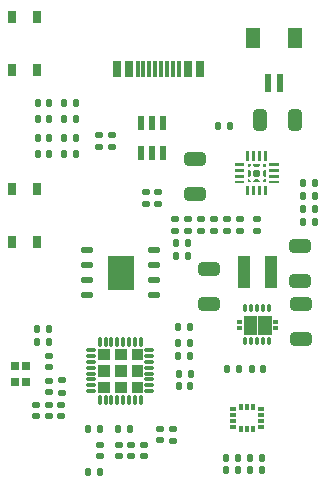
<source format=gbr>
%TF.GenerationSoftware,KiCad,Pcbnew,8.0.3*%
%TF.CreationDate,2024-09-21T17:28:31+02:00*%
%TF.ProjectId,SynchGaze_Transmiter,53796e63-6847-4617-9a65-5f5472616e73,1.0*%
%TF.SameCoordinates,Original*%
%TF.FileFunction,Paste,Top*%
%TF.FilePolarity,Positive*%
%FSLAX46Y46*%
G04 Gerber Fmt 4.6, Leading zero omitted, Abs format (unit mm)*
G04 Created by KiCad (PCBNEW 8.0.3) date 2024-09-21 17:28:31*
%MOMM*%
%LPD*%
G01*
G04 APERTURE LIST*
G04 Aperture macros list*
%AMRoundRect*
0 Rectangle with rounded corners*
0 $1 Rounding radius*
0 $2 $3 $4 $5 $6 $7 $8 $9 X,Y pos of 4 corners*
0 Add a 4 corners polygon primitive as box body*
4,1,4,$2,$3,$4,$5,$6,$7,$8,$9,$2,$3,0*
0 Add four circle primitives for the rounded corners*
1,1,$1+$1,$2,$3*
1,1,$1+$1,$4,$5*
1,1,$1+$1,$6,$7*
1,1,$1+$1,$8,$9*
0 Add four rect primitives between the rounded corners*
20,1,$1+$1,$2,$3,$4,$5,0*
20,1,$1+$1,$4,$5,$6,$7,0*
20,1,$1+$1,$6,$7,$8,$9,0*
20,1,$1+$1,$8,$9,$2,$3,0*%
G04 Aperture macros list end*
%ADD10C,0.010000*%
%ADD11C,0.000000*%
%ADD12RoundRect,0.135000X0.185000X-0.135000X0.185000X0.135000X-0.185000X0.135000X-0.185000X-0.135000X0*%
%ADD13RoundRect,0.140000X0.140000X0.170000X-0.140000X0.170000X-0.140000X-0.170000X0.140000X-0.170000X0*%
%ADD14RoundRect,0.140000X-0.140000X-0.170000X0.140000X-0.170000X0.140000X0.170000X-0.140000X0.170000X0*%
%ADD15RoundRect,0.135000X-0.185000X0.135000X-0.185000X-0.135000X0.185000X-0.135000X0.185000X0.135000X0*%
%ADD16RoundRect,0.147500X-0.147500X-0.172500X0.147500X-0.172500X0.147500X0.172500X-0.147500X0.172500X0*%
%ADD17RoundRect,0.135000X0.135000X0.185000X-0.135000X0.185000X-0.135000X-0.185000X0.135000X-0.185000X0*%
%ADD18RoundRect,0.135000X-0.135000X-0.185000X0.135000X-0.185000X0.135000X0.185000X-0.135000X0.185000X0*%
%ADD19RoundRect,0.250000X-0.650000X0.325000X-0.650000X-0.325000X0.650000X-0.325000X0.650000X0.325000X0*%
%ADD20RoundRect,0.041300X0.253700X-0.563700X0.253700X0.563700X-0.253700X0.563700X-0.253700X-0.563700X0*%
%ADD21RoundRect,0.140000X0.170000X-0.140000X0.170000X0.140000X-0.170000X0.140000X-0.170000X-0.140000X0*%
%ADD22R,0.711200X0.990600*%
%ADD23RoundRect,0.250000X0.650000X-0.325000X0.650000X0.325000X-0.650000X0.325000X-0.650000X-0.325000X0*%
%ADD24RoundRect,0.055000X-0.465000X-0.165000X0.465000X-0.165000X0.465000X0.165000X-0.465000X0.165000X0*%
%ADD25RoundRect,0.140000X-0.170000X0.140000X-0.170000X-0.140000X0.170000X-0.140000X0.170000X0.140000X0*%
%ADD26R,0.600000X1.550000*%
%ADD27R,1.200000X1.800000*%
%ADD28R,0.700000X0.750000*%
%ADD29R,1.000000X2.750000*%
%ADD30RoundRect,0.030000X-0.090000X0.270000X-0.090000X-0.270000X0.090000X-0.270000X0.090000X0.270000X0*%
%ADD31RoundRect,0.147500X-0.172500X0.147500X-0.172500X-0.147500X0.172500X-0.147500X0.172500X0.147500X0*%
%ADD32RoundRect,0.250000X-0.325000X-0.650000X0.325000X-0.650000X0.325000X0.650000X-0.325000X0.650000X0*%
%ADD33R,0.800000X1.400000*%
%ADD34R,0.300000X1.400000*%
%ADD35R,0.600000X0.350000*%
%ADD36R,0.350000X0.600000*%
%ADD37RoundRect,0.033750X0.101250X-0.371250X0.101250X0.371250X-0.101250X0.371250X-0.101250X-0.371250X0*%
%ADD38RoundRect,0.033750X0.371250X-0.101250X0.371250X0.101250X-0.371250X0.101250X-0.371250X-0.101250X0*%
G04 APERTURE END LIST*
D10*
%TO.C,U202*%
X151092400Y-74054800D02*
X148932400Y-74054800D01*
X148932400Y-71334800D01*
X151092400Y-71334800D01*
X151092400Y-74054800D01*
G36*
X151092400Y-74054800D02*
G01*
X148932400Y-74054800D01*
X148932400Y-71334800D01*
X151092400Y-71334800D01*
X151092400Y-74054800D01*
G37*
D11*
%TO.C,U301*%
G36*
X160469108Y-63652318D02*
G01*
X159668893Y-63652319D01*
X159668894Y-63422103D01*
X160469108Y-63422103D01*
X160469108Y-63652318D01*
G37*
G36*
X160469108Y-64652570D02*
G01*
X159668893Y-64652571D01*
X159668894Y-64422355D01*
X160469108Y-64422355D01*
X160469108Y-64652570D01*
G37*
G36*
X160469108Y-63922230D02*
G01*
X160469108Y-64152445D01*
X159668894Y-64152445D01*
X159668893Y-63922229D01*
X160469108Y-63922230D01*
G37*
G36*
X160469108Y-64922482D02*
G01*
X160469108Y-65152697D01*
X159668894Y-65152697D01*
X159668893Y-64922481D01*
X160469108Y-64922482D01*
G37*
G36*
X160909109Y-63212508D02*
G01*
X160678891Y-63212508D01*
X160678891Y-62412294D01*
X160909109Y-62412293D01*
X160909109Y-63212508D01*
G37*
G36*
X160909109Y-66162507D02*
G01*
X160678891Y-66162506D01*
X160678891Y-65362292D01*
X160909109Y-65362292D01*
X160909109Y-66162507D01*
G37*
G36*
X161409108Y-66162507D02*
G01*
X161178892Y-66162507D01*
X161178893Y-65362292D01*
X161409108Y-65362291D01*
X161409108Y-66162507D01*
G37*
G36*
X161409108Y-63212509D02*
G01*
X161178893Y-63212508D01*
X161178892Y-62412293D01*
X161409108Y-62412293D01*
X161409108Y-63212509D01*
G37*
G36*
X161909107Y-63212508D02*
G01*
X161678892Y-63212509D01*
X161678892Y-62412293D01*
X161909108Y-62412293D01*
X161909107Y-63212508D01*
G37*
G36*
X161909107Y-65362292D02*
G01*
X161909108Y-66162507D01*
X161678892Y-66162507D01*
X161678892Y-65362291D01*
X161909107Y-65362292D01*
G37*
G36*
X162409109Y-62412294D02*
G01*
X162409109Y-63212508D01*
X162178891Y-63212508D01*
X162178891Y-62412293D01*
X162409109Y-62412294D01*
G37*
G36*
X162409109Y-66162506D02*
G01*
X162178891Y-66162507D01*
X162178891Y-65362292D01*
X162409109Y-65362292D01*
X162409109Y-66162506D01*
G37*
G36*
X163419107Y-63652319D02*
G01*
X162618892Y-63652318D01*
X162618892Y-63422103D01*
X163419106Y-63422103D01*
X163419107Y-63652319D01*
G37*
G36*
X163419106Y-64152445D02*
G01*
X162618892Y-64152445D01*
X162618892Y-63922230D01*
X163419107Y-63922229D01*
X163419106Y-64152445D01*
G37*
G36*
X163419107Y-64652571D02*
G01*
X162618892Y-64652570D01*
X162618892Y-64422355D01*
X163419106Y-64422355D01*
X163419107Y-64652571D01*
G37*
G36*
X163419106Y-65152697D02*
G01*
X162618892Y-65152697D01*
X162618892Y-64922482D01*
X163419107Y-64922481D01*
X163419106Y-65152697D01*
G37*
G36*
X161050300Y-63652279D02*
G01*
X160908879Y-63793700D01*
X160768930Y-63793700D01*
X160768930Y-63512330D01*
X161050300Y-63512330D01*
X161050300Y-63652279D01*
G37*
G36*
X161050300Y-64922521D02*
G01*
X161050300Y-65062470D01*
X160768930Y-65062470D01*
X160768930Y-64781100D01*
X160908879Y-64781100D01*
X161050300Y-64922521D01*
G37*
G36*
X162319070Y-63793700D02*
G01*
X162179121Y-63793700D01*
X162037700Y-63652279D01*
X162037700Y-63512330D01*
X162319070Y-63512330D01*
X162319070Y-63793700D01*
G37*
G36*
X162319070Y-65062470D02*
G01*
X162037700Y-65062470D01*
X162037700Y-64922521D01*
X162179121Y-64781100D01*
X162319070Y-64781100D01*
X162319070Y-65062470D01*
G37*
G36*
X161050300Y-64135121D02*
G01*
X161050300Y-64439679D01*
X160908879Y-64581100D01*
X160768930Y-64581100D01*
X160768930Y-63993700D01*
X160908879Y-63993700D01*
X161050300Y-64135121D01*
G37*
G36*
X161837700Y-63652279D02*
G01*
X161696279Y-63793700D01*
X161391721Y-63793700D01*
X161250300Y-63652279D01*
X161250300Y-63512330D01*
X161837700Y-63512330D01*
X161837700Y-63652279D01*
G37*
G36*
X161837700Y-64922521D02*
G01*
X161837700Y-65062470D01*
X161250300Y-65062470D01*
X161250300Y-64922521D01*
X161391721Y-64781100D01*
X161696279Y-64781100D01*
X161837700Y-64922521D01*
G37*
G36*
X162319070Y-64581100D02*
G01*
X162179121Y-64581100D01*
X162037700Y-64439679D01*
X162037700Y-64135121D01*
X162179121Y-63993700D01*
X162319070Y-63993700D01*
X162319070Y-64581100D01*
G37*
G36*
X161837700Y-64135121D02*
G01*
X161837700Y-64439679D01*
X161696279Y-64581100D01*
X161391721Y-64581100D01*
X161250300Y-64439679D01*
X161250300Y-64135121D01*
X161391721Y-63993700D01*
X161696279Y-63993700D01*
X161837700Y-64135121D01*
G37*
D10*
%TO.C,U302*%
X160234800Y-76739400D02*
X160234800Y-76989400D01*
X159894800Y-76989400D01*
X159894800Y-76739399D01*
X160234800Y-76739400D01*
G36*
X160234800Y-76739400D02*
G01*
X160234800Y-76989400D01*
X159894800Y-76989400D01*
X159894800Y-76739399D01*
X160234800Y-76739400D01*
G37*
X160234800Y-77489400D02*
X159894800Y-77489401D01*
X159894800Y-77239400D01*
X160234800Y-77239400D01*
X160234800Y-77489400D01*
G36*
X160234800Y-77489400D02*
G01*
X159894800Y-77489401D01*
X159894800Y-77239400D01*
X160234800Y-77239400D01*
X160234800Y-77489400D01*
G37*
X161494800Y-77864400D02*
X160434800Y-77864400D01*
X160434800Y-76364400D01*
X161494800Y-76364400D01*
X161494800Y-77864400D01*
G36*
X161494800Y-77864400D02*
G01*
X160434800Y-77864400D01*
X160434800Y-76364400D01*
X161494800Y-76364400D01*
X161494800Y-77864400D01*
G37*
X162754800Y-77864400D02*
X161694800Y-77864400D01*
X161694800Y-76364400D01*
X162754800Y-76364400D01*
X162754800Y-77864400D01*
G36*
X162754800Y-77864400D02*
G01*
X161694800Y-77864400D01*
X161694800Y-76364400D01*
X162754800Y-76364400D01*
X162754800Y-77864400D01*
G37*
X163294800Y-76989400D02*
X162954800Y-76989400D01*
X162954800Y-76739400D01*
X163294800Y-76739399D01*
X163294800Y-76989400D01*
G36*
X163294800Y-76989400D02*
G01*
X162954800Y-76989400D01*
X162954800Y-76739400D01*
X163294800Y-76739399D01*
X163294800Y-76989400D01*
G37*
X163294800Y-77489401D02*
X162954800Y-77489400D01*
X162954800Y-77239400D01*
X163294800Y-77239400D01*
X163294800Y-77489401D01*
G36*
X163294800Y-77489401D02*
G01*
X162954800Y-77489400D01*
X162954800Y-77239400D01*
X163294800Y-77239400D01*
X163294800Y-77489401D01*
G37*
%TO.C,U201*%
X149050000Y-80050000D02*
X148150000Y-80050000D01*
X148150000Y-79150000D01*
X149050000Y-79150000D01*
X149050000Y-80050000D01*
G36*
X149050000Y-80050000D02*
G01*
X148150000Y-80050000D01*
X148150000Y-79150000D01*
X149050000Y-79150000D01*
X149050000Y-80050000D01*
G37*
X149050000Y-81450000D02*
X148150000Y-81450000D01*
X148150000Y-80550000D01*
X149050000Y-80550000D01*
X149050000Y-81450000D01*
G36*
X149050000Y-81450000D02*
G01*
X148150000Y-81450000D01*
X148150000Y-80550000D01*
X149050000Y-80550000D01*
X149050000Y-81450000D01*
G37*
X149050000Y-82850000D02*
X148150000Y-82850000D01*
X148150000Y-81950000D01*
X149050000Y-81950000D01*
X149050000Y-82850000D01*
G36*
X149050000Y-82850000D02*
G01*
X148150000Y-82850000D01*
X148150000Y-81950000D01*
X149050000Y-81950000D01*
X149050000Y-82850000D01*
G37*
X150450000Y-80050000D02*
X149550000Y-80050000D01*
X149550000Y-79150000D01*
X150450000Y-79150000D01*
X150450000Y-80050000D01*
G36*
X150450000Y-80050000D02*
G01*
X149550000Y-80050000D01*
X149550000Y-79150000D01*
X150450000Y-79150000D01*
X150450000Y-80050000D01*
G37*
X150450000Y-81450000D02*
X149550000Y-81450000D01*
X149550000Y-80550000D01*
X150450000Y-80550000D01*
X150450000Y-81450000D01*
G36*
X150450000Y-81450000D02*
G01*
X149550000Y-81450000D01*
X149550000Y-80550000D01*
X150450000Y-80550000D01*
X150450000Y-81450000D01*
G37*
X150450000Y-82850000D02*
X149550000Y-82850000D01*
X149550000Y-81950000D01*
X150450000Y-81950000D01*
X150450000Y-82850000D01*
G36*
X150450000Y-82850000D02*
G01*
X149550000Y-82850000D01*
X149550000Y-81950000D01*
X150450000Y-81950000D01*
X150450000Y-82850000D01*
G37*
X151850000Y-80050000D02*
X150950000Y-80050000D01*
X150950000Y-79150000D01*
X151850000Y-79150000D01*
X151850000Y-80050000D01*
G36*
X151850000Y-80050000D02*
G01*
X150950000Y-80050000D01*
X150950000Y-79150000D01*
X151850000Y-79150000D01*
X151850000Y-80050000D01*
G37*
X151850000Y-81450000D02*
X150950000Y-81450000D01*
X150950000Y-80550000D01*
X151850000Y-80550000D01*
X151850000Y-81450000D01*
G36*
X151850000Y-81450000D02*
G01*
X150950000Y-81450000D01*
X150950000Y-80550000D01*
X151850000Y-80550000D01*
X151850000Y-81450000D01*
G37*
X151850000Y-82850000D02*
X150950000Y-82850000D01*
X150950000Y-81950000D01*
X151850000Y-81950000D01*
X151850000Y-82850000D01*
G36*
X151850000Y-82850000D02*
G01*
X150950000Y-82850000D01*
X150950000Y-81950000D01*
X151850000Y-81950000D01*
X151850000Y-82850000D01*
G37*
%TD*%
D12*
%TO.C,R205*%
X153212801Y-66905599D03*
X153212801Y-65885601D03*
%TD*%
D13*
%TO.C,C219*%
X148257200Y-89559800D03*
X147297200Y-89559800D03*
%TD*%
D14*
%TO.C,C212*%
X154739400Y-71272401D03*
X155699400Y-71272401D03*
%TD*%
D15*
%TO.C,R305*%
X157911800Y-68169600D03*
X157911800Y-69189598D03*
%TD*%
D16*
%TO.C,D302*%
X143030000Y-59700000D03*
X144000000Y-59700000D03*
%TD*%
D17*
%TO.C,R314*%
X166473599Y-68427600D03*
X165453601Y-68427600D03*
%TD*%
D14*
%TO.C,C204*%
X154930200Y-82320800D03*
X155890200Y-82320800D03*
%TD*%
D18*
%TO.C,R212*%
X154900200Y-78688600D03*
X155920200Y-78688600D03*
%TD*%
D19*
%TO.C,C305*%
X156337000Y-63066400D03*
X156337000Y-66016400D03*
%TD*%
D14*
%TO.C,C203*%
X154904800Y-77292200D03*
X155864800Y-77292200D03*
%TD*%
D20*
%TO.C,U203*%
X151754801Y-62545200D03*
X152704800Y-62545200D03*
X153654799Y-62545200D03*
X153654799Y-60035200D03*
X152704800Y-60035200D03*
X151754801Y-60035200D03*
%TD*%
D17*
%TO.C,R210*%
X162003199Y-89433400D03*
X160983201Y-89433400D03*
%TD*%
D18*
%TO.C,R207*%
X154925600Y-81254000D03*
X155945600Y-81254000D03*
%TD*%
D21*
%TO.C,C208*%
X152006601Y-88236400D03*
X152006601Y-87276400D03*
%TD*%
D22*
%TO.C,SW202*%
X140825001Y-70150001D03*
X142974999Y-70150001D03*
X140825001Y-65649999D03*
X142974999Y-65649999D03*
%TD*%
D13*
%TO.C,C216*%
X159941200Y-88366600D03*
X158981200Y-88366600D03*
%TD*%
D22*
%TO.C,SW201*%
X142974999Y-51049999D03*
X140825001Y-51049999D03*
X142974999Y-55550001D03*
X140825001Y-55550001D03*
%TD*%
D23*
%TO.C,C301*%
X157505400Y-75338201D03*
X157505400Y-72388199D03*
%TD*%
D24*
%TO.C,U202*%
X147167400Y-70789800D03*
X147167400Y-72059800D03*
X147167400Y-73329800D03*
X147167400Y-74599800D03*
X152857400Y-74599800D03*
X152857400Y-73329800D03*
X152857400Y-72059800D03*
X152857400Y-70789800D03*
%TD*%
D15*
%TO.C,R312*%
X154635200Y-68171601D03*
X154635200Y-69191599D03*
%TD*%
D25*
%TO.C,C201*%
X142862599Y-83923600D03*
X142862599Y-84883600D03*
%TD*%
D26*
%TO.C,BT301*%
X163499999Y-56675000D03*
X162500001Y-56675000D03*
D27*
X164800000Y-52800000D03*
X161200000Y-52800000D03*
%TD*%
D13*
%TO.C,C218*%
X148257200Y-85953000D03*
X147297200Y-85953000D03*
%TD*%
D21*
%TO.C,C207*%
X150939800Y-88236400D03*
X150939800Y-87276400D03*
%TD*%
D17*
%TO.C,R311*%
X159259999Y-60325000D03*
X158240001Y-60325000D03*
%TD*%
D18*
%TO.C,R209*%
X142949200Y-78587600D03*
X143969200Y-78587600D03*
%TD*%
D25*
%TO.C,C210*%
X143929400Y-79732600D03*
X143929400Y-80692600D03*
%TD*%
D15*
%TO.C,R304*%
X156819600Y-68169600D03*
X156819600Y-69189598D03*
%TD*%
%TO.C,R310*%
X155752800Y-68171600D03*
X155752800Y-69191598D03*
%TD*%
D28*
%TO.C,X201*%
X142045300Y-81955000D03*
X142045300Y-80605000D03*
X141045302Y-80605000D03*
X141045302Y-81955000D03*
%TD*%
D14*
%TO.C,C206*%
X149824800Y-85953000D03*
X150784800Y-85953000D03*
%TD*%
D29*
%TO.C,L301*%
X160444800Y-72644000D03*
X162744800Y-72644000D03*
%TD*%
D30*
%TO.C,U302*%
X162594800Y-75714400D03*
X162094800Y-75714400D03*
X161594800Y-75714401D03*
X161094800Y-75714400D03*
X160594800Y-75714400D03*
X160594800Y-78514400D03*
X161094800Y-78514400D03*
X161594800Y-78514399D03*
X162094800Y-78514400D03*
X162594800Y-78514400D03*
%TD*%
D16*
%TO.C,D301*%
X143025000Y-58379199D03*
X143995000Y-58379199D03*
%TD*%
D12*
%TO.C,R303*%
X159004000Y-69189598D03*
X159004000Y-68169600D03*
%TD*%
D17*
%TO.C,R306*%
X146285599Y-58379200D03*
X145265601Y-58379200D03*
%TD*%
D31*
%TO.C,L201*%
X149847600Y-87271400D03*
X149847600Y-88241400D03*
%TD*%
D17*
%TO.C,R307*%
X146285599Y-59700000D03*
X145265601Y-59700000D03*
%TD*%
%TO.C,R316*%
X146276099Y-61325599D03*
X145256101Y-61325599D03*
%TD*%
D14*
%TO.C,C302*%
X161140200Y-80873600D03*
X162100200Y-80873600D03*
%TD*%
D25*
%TO.C,C202*%
X144996200Y-83918400D03*
X144996200Y-84878400D03*
%TD*%
D17*
%TO.C,R308*%
X166473599Y-65151000D03*
X165453601Y-65151000D03*
%TD*%
D25*
%TO.C,C205*%
X143929400Y-83923600D03*
X143929400Y-84883600D03*
%TD*%
D17*
%TO.C,R313*%
X166473599Y-66243200D03*
X165453601Y-66243200D03*
%TD*%
D16*
%TO.C,D304*%
X143020500Y-61325599D03*
X143990500Y-61325599D03*
%TD*%
D21*
%TO.C,C209*%
X143929400Y-82826200D03*
X143929400Y-81866200D03*
%TD*%
D12*
%TO.C,R203*%
X149310000Y-62079599D03*
X149310000Y-61059601D03*
%TD*%
D14*
%TO.C,C217*%
X154917200Y-79756000D03*
X155877200Y-79756000D03*
%TD*%
D17*
%TO.C,R208*%
X143969199Y-77517800D03*
X142949201Y-77517800D03*
%TD*%
D15*
%TO.C,R302*%
X160096200Y-68171600D03*
X160096200Y-69191598D03*
%TD*%
D12*
%TO.C,R206*%
X152146000Y-66905599D03*
X152146000Y-65885601D03*
%TD*%
D25*
%TO.C,C307*%
X161544000Y-68201600D03*
X161544000Y-69161600D03*
%TD*%
D14*
%TO.C,C213*%
X154739400Y-70205600D03*
X155699400Y-70205600D03*
%TD*%
D15*
%TO.C,R202*%
X154445000Y-85925601D03*
X154445000Y-86945599D03*
%TD*%
D32*
%TO.C,C306*%
X161847000Y-59766200D03*
X164797000Y-59766200D03*
%TD*%
D19*
%TO.C,C304*%
X165277800Y-75336400D03*
X165277800Y-78286402D03*
%TD*%
D16*
%TO.C,D303*%
X143020500Y-62671799D03*
X143990500Y-62671799D03*
%TD*%
D33*
%TO.C,J201*%
X156710850Y-55500000D03*
X155710850Y-55500001D03*
D34*
X154460850Y-55500000D03*
X153460850Y-55500000D03*
X152960850Y-55500000D03*
X151960850Y-55500000D03*
D33*
X150710850Y-55500001D03*
X149710850Y-55500000D03*
D34*
X151460851Y-55500000D03*
X152460849Y-55500000D03*
X153960851Y-55500000D03*
X154960849Y-55500000D03*
%TD*%
D12*
%TO.C,R201*%
X145021600Y-82856199D03*
X145021600Y-81836201D03*
%TD*%
D17*
%TO.C,R315*%
X146276099Y-62671799D03*
X145256101Y-62671799D03*
%TD*%
D35*
%TO.C,U204*%
X159571200Y-84263800D03*
X159571200Y-84763800D03*
X159571200Y-85263800D03*
X159571200Y-85763800D03*
D36*
X160231200Y-85923800D03*
X160731200Y-85923800D03*
X161231200Y-85923800D03*
D35*
X161891200Y-85763800D03*
X161891200Y-85263800D03*
X161891200Y-84763800D03*
X161891200Y-84263800D03*
D36*
X161231200Y-84103800D03*
X160731200Y-84103800D03*
X160231200Y-84103800D03*
%TD*%
D13*
%TO.C,C215*%
X161973200Y-88366600D03*
X161013200Y-88366600D03*
%TD*%
D18*
%TO.C,R301*%
X159052801Y-80873600D03*
X160072799Y-80873600D03*
%TD*%
D25*
%TO.C,C211*%
X153378200Y-85955600D03*
X153378200Y-86915600D03*
%TD*%
D17*
%TO.C,R309*%
X166473599Y-67335400D03*
X165453601Y-67335400D03*
%TD*%
D12*
%TO.C,R204*%
X148234400Y-62079599D03*
X148234400Y-61059601D03*
%TD*%
D37*
%TO.C,U201*%
X148250000Y-83450000D03*
X148750000Y-83450000D03*
X149250000Y-83450000D03*
X149750000Y-83450000D03*
X150250000Y-83450000D03*
X150750000Y-83450000D03*
X151250000Y-83450000D03*
X151750000Y-83450000D03*
D38*
X152450000Y-82750000D03*
X152450000Y-82250000D03*
X152450000Y-81750000D03*
X152450000Y-81250000D03*
X152450000Y-80750000D03*
X152450000Y-80250000D03*
X152450000Y-79750000D03*
X152450000Y-79250000D03*
D37*
X151750000Y-78550000D03*
X151250000Y-78550000D03*
X150750000Y-78550000D03*
X150250000Y-78550000D03*
X149750000Y-78550000D03*
X149250000Y-78550000D03*
X148750000Y-78550000D03*
X148250000Y-78550000D03*
D38*
X147550000Y-79250000D03*
X147550000Y-79750000D03*
X147550000Y-80250000D03*
X147550000Y-80750000D03*
X147550000Y-81250000D03*
X147550000Y-81750000D03*
X147550000Y-82250000D03*
X147550000Y-82750000D03*
%TD*%
D13*
%TO.C,C214*%
X159941200Y-89433400D03*
X158981200Y-89433400D03*
%TD*%
D31*
%TO.C,L202*%
X148259800Y-87271400D03*
X148259800Y-88241400D03*
%TD*%
D23*
%TO.C,C303*%
X165252400Y-73435002D03*
X165252400Y-70485000D03*
%TD*%
M02*

</source>
